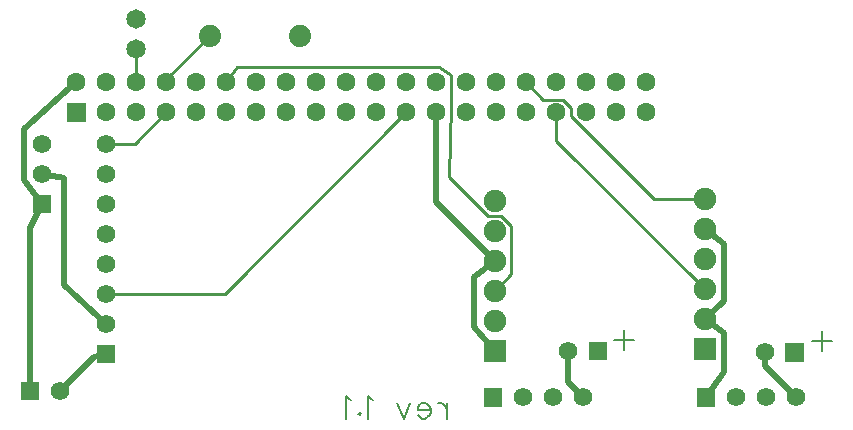
<source format=gbl>
G04 Layer: BottomLayer*
G04 EasyEDA v6.5.5, 2022-06-30 12:06:16*
G04 14c6360a081142a8b98b93fd51069ae2,59b13081229d43bfb627b6405b151bcb,10*
G04 Gerber Generator version 0.2*
G04 Scale: 100 percent, Rotated: No, Reflected: No *
G04 Dimensions in millimeters *
G04 leading zeros omitted , absolute positions ,4 integer and 5 decimal *
%FSLAX45Y45*%
%MOMM*%

%ADD10C,0.2540*%
%ADD11C,0.5000*%
%ADD12C,0.2032*%
%ADD13R,1.5748X1.5748*%
%ADD14C,1.5748*%
%ADD15C,1.6000*%
%ADD17C,1.6510*%
%ADD18C,1.8796*%
%ADD19R,1.9000X1.9000*%
%ADD20C,1.9000*%

%LPD*%
D12*
X4559300Y6274493D02*
G01*
X4559300Y6145184D01*
X4559300Y6219075D02*
G01*
X4550064Y6246784D01*
X4531591Y6265255D01*
X4513117Y6274493D01*
X4485408Y6274493D01*
X4424448Y6219075D02*
G01*
X4313613Y6219075D01*
X4313613Y6237546D01*
X4322848Y6256020D01*
X4332084Y6265255D01*
X4350557Y6274493D01*
X4378266Y6274493D01*
X4396740Y6265255D01*
X4415213Y6246784D01*
X4424448Y6219075D01*
X4424448Y6200602D01*
X4415213Y6172893D01*
X4396740Y6154420D01*
X4378266Y6145184D01*
X4350557Y6145184D01*
X4332084Y6154420D01*
X4313613Y6172893D01*
X4252653Y6274493D02*
G01*
X4197235Y6145184D01*
X4141815Y6274493D02*
G01*
X4197235Y6145184D01*
X3938615Y6302202D02*
G01*
X3920144Y6311437D01*
X3892435Y6339146D01*
X3892435Y6145184D01*
X3822237Y6191364D02*
G01*
X3831475Y6182128D01*
X3822237Y6172893D01*
X3813002Y6182128D01*
X3822237Y6191364D01*
X3752042Y6302202D02*
G01*
X3733568Y6311437D01*
X3705859Y6339146D01*
X3705859Y6145184D01*
X7740141Y6882892D02*
G01*
X7740141Y6716776D01*
X7823200Y6799834D02*
G01*
X7656829Y6799834D01*
X6063741Y6895592D02*
G01*
X6063741Y6729476D01*
X6146800Y6812534D02*
G01*
X5980429Y6812534D01*
D11*
X1676400Y6692900D02*
G01*
X1569747Y6662420D01*
X1282702Y6375400D01*
X1130300Y8216900D02*
G01*
X1320800Y8178800D01*
X1320800Y7810500D01*
X1320800Y7277100D01*
X1676400Y6946900D01*
X4787900Y6921500D02*
G01*
X4965700Y6718300D01*
X4965700Y6718300D01*
X4965700Y7480300D02*
G01*
X4787900Y7340600D01*
X4787900Y7340600D02*
G01*
X4787900Y6921500D01*
X1130300Y7962900D02*
G01*
X1130300Y7962900D01*
X977900Y8166100D01*
X977900Y8597900D01*
X1422402Y8991600D01*
X1130300Y7962900D02*
G01*
X1028702Y7754620D01*
X1028702Y6375400D01*
X6756400Y6324600D02*
G01*
X6908800Y6540500D01*
X6908800Y6870700D01*
X6743702Y6985000D01*
X6743702Y7747000D02*
G01*
X6908800Y7620000D01*
X6908800Y7137400D01*
X6743702Y6985000D01*
D10*
X4965702Y6718300D02*
G01*
X4965700Y6718300D01*
D11*
X5588002Y6718297D02*
G01*
X5588002Y6451597D01*
X5715002Y6324597D01*
D10*
X4965702Y7226300D02*
G01*
X5107104Y7368539D01*
X5107104Y7772400D01*
X5018178Y7861300D01*
X4908425Y7861300D01*
X4578504Y8191500D01*
X4597400Y8801100D01*
X4597400Y9055100D01*
X4495800Y9118600D01*
X4051300Y9118600D01*
X4495800Y9118600D01*
X4051300Y9118600D01*
X4368800Y9118600D01*
X4051300Y9118600D01*
X3848100Y9118600D01*
X3581400Y9118600D01*
X3238500Y9118600D01*
X2959100Y9118600D01*
X2781300Y9118600D01*
X2692402Y8991600D01*
D11*
X7518402Y6324597D02*
G01*
X7251702Y6591297D01*
X7251702Y6705597D01*
X4470402Y8737597D02*
G01*
X4470402Y7975597D01*
X4965702Y7480297D01*
D10*
X4216402Y8737597D02*
G01*
X2679702Y7200897D01*
X1676402Y7200897D01*
X1130302Y7909582D02*
G01*
X1130302Y7962897D01*
X5486402Y8737597D02*
G01*
X5486402Y8496297D01*
X6743702Y7238997D01*
X5232402Y8991597D02*
G01*
X5378300Y8845699D01*
X5546117Y8845699D01*
X5613402Y8778415D01*
X5613402Y8703942D01*
X6316347Y8000997D01*
X6743702Y8000997D01*
X2184402Y8737597D02*
G01*
X1917702Y8470897D01*
X1676402Y8470897D01*
X1930402Y9270997D02*
G01*
X1930402Y8991597D01*
X2552702Y9385297D02*
G01*
X2184402Y9016997D01*
X2184402Y8991597D01*
D13*
G01*
X1028700Y6375400D03*
D14*
G01*
X1282700Y6375400D03*
D13*
G01*
X1676400Y6692900D03*
D14*
G01*
X1676400Y6946900D03*
G01*
X1676400Y7200900D03*
G01*
X1676400Y7454900D03*
G01*
X1676400Y7708900D03*
G01*
X1676400Y7962900D03*
G01*
X1676400Y8216900D03*
G01*
X1676400Y8470900D03*
G36*
X4874259Y6403339D02*
G01*
X5031740Y6403339D01*
X5031740Y6245860D01*
X4874259Y6245860D01*
G37*
G01*
X5207000Y6324600D03*
G01*
X5461000Y6324600D03*
G01*
X5715000Y6324600D03*
G36*
X6677659Y6403339D02*
G01*
X6835140Y6403339D01*
X6835140Y6245860D01*
X6677659Y6245860D01*
G37*
G01*
X7010400Y6324600D03*
G01*
X7264400Y6324600D03*
G01*
X7518400Y6324600D03*
D13*
G01*
X1130300Y7962900D03*
D14*
G01*
X1130300Y8216900D03*
G01*
X1130300Y8470900D03*
D15*
G01*
X6248400Y8991600D03*
G01*
X6248400Y8737600D03*
G01*
X5994400Y8991600D03*
G01*
X5994400Y8737600D03*
G01*
X5740400Y8991600D03*
G01*
X5740400Y8737600D03*
G01*
X5486400Y8991600D03*
G01*
X5486400Y8737600D03*
G01*
X5232400Y8991600D03*
G01*
X5232400Y8737600D03*
G01*
X4978400Y8991600D03*
G01*
X4978400Y8737600D03*
G01*
X4724400Y8991600D03*
G01*
X4724400Y8737600D03*
G01*
X4470400Y8991600D03*
G01*
X4470400Y8737600D03*
G01*
X4216400Y8991600D03*
G01*
X4216400Y8737600D03*
G01*
X3962400Y8991600D03*
G01*
X3962400Y8737600D03*
G01*
X3708400Y8991600D03*
G01*
X3708400Y8737600D03*
G01*
X3454400Y8991600D03*
G01*
X3454400Y8737600D03*
G01*
X3200400Y8991600D03*
G01*
X3200400Y8737600D03*
G01*
X2946400Y8991600D03*
G01*
X2946400Y8737600D03*
G01*
X2692400Y8991600D03*
G01*
X2692400Y8737600D03*
G01*
X2438400Y8991600D03*
G01*
X2438400Y8737600D03*
G01*
X2184400Y8991600D03*
G01*
X2184400Y8737600D03*
G01*
X1930400Y8991600D03*
G01*
X1930400Y8737600D03*
G01*
X1676400Y8991600D03*
G01*
X1676400Y8737600D03*
G01*
X1422400Y8991600D03*
G36*
X1342400Y8817599D02*
G01*
X1502399Y8817599D01*
X1502399Y8657600D01*
X1342400Y8657600D01*
G37*
G36*
X5763259Y6797039D02*
G01*
X5763259Y6639560D01*
X5920740Y6639560D01*
X5920740Y6797039D01*
G37*
D14*
G01*
X5588000Y6718300D03*
G36*
X7426959Y6784339D02*
G01*
X7426959Y6626860D01*
X7584440Y6626860D01*
X7584440Y6784339D01*
G37*
G01*
X7251700Y6705600D03*
D17*
G01*
X1930400Y9525000D03*
G01*
X1930400Y9271000D03*
D18*
G01*
X3314700Y9385300D03*
G01*
X2552700Y9385300D03*
D19*
G01*
X4965700Y6718300D03*
D20*
G01*
X4965700Y6972300D03*
G01*
X4965700Y7226300D03*
G01*
X4965700Y7480300D03*
G01*
X4965700Y7734300D03*
G01*
X4965700Y7988300D03*
D19*
G01*
X6743700Y6731000D03*
D20*
G01*
X6743700Y6985000D03*
G01*
X6743700Y7239000D03*
G01*
X6743700Y7493000D03*
G01*
X6743700Y7747000D03*
G01*
X6743700Y8001000D03*
M02*

</source>
